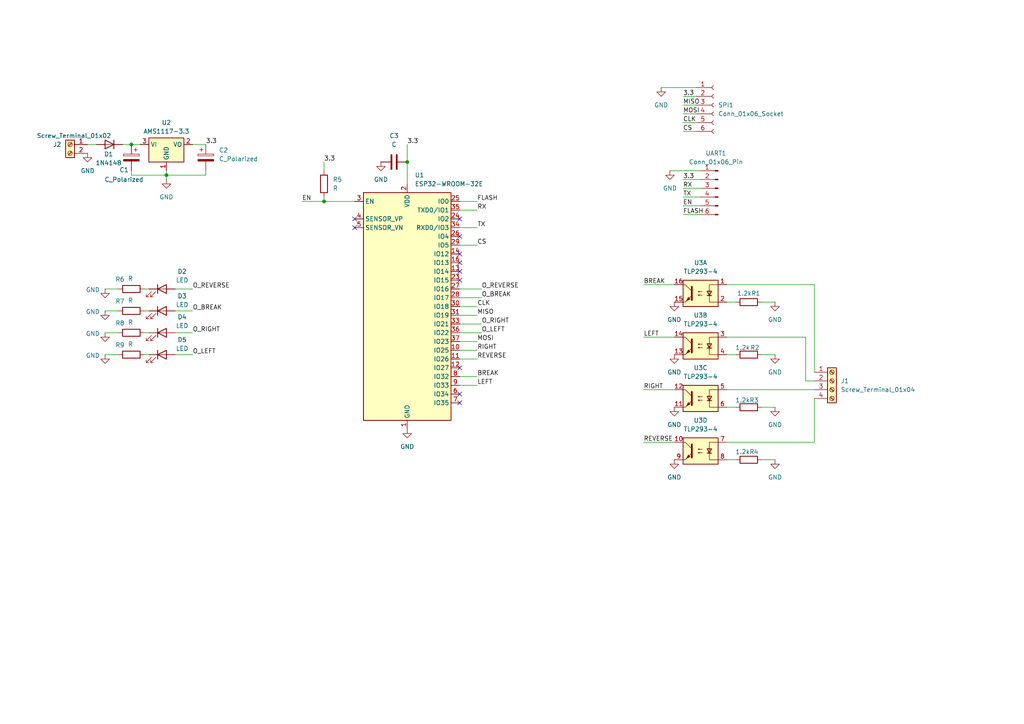
<source format=kicad_sch>
(kicad_sch (version 20231120) (generator "eeschema") (generator_version "8.0")
  (paper "A4")
  (lib_symbols
    (symbol "Connector:Conn_01x06_Pin" (pin_names (offset 1.016) hide)
      (property "Reference" "J" (at 0 7.62 0))
      (property "Value" "Conn_01x06_Pin" (at 0 -10.16 0))
      (symbol "Conn_01x06_Pin_1_1"
        (polyline (pts (xy 1.27 -7.62) (xy 0.8636 -7.62)) (stroke (width 0.1524)))
        (polyline (pts (xy 1.27 -5.08) (xy 0.8636 -5.08)) (stroke (width 0.1524)))
        (polyline (pts (xy 1.27 -2.54) (xy 0.8636 -2.54)) (stroke (width 0.1524)))
        (polyline (pts (xy 1.27 0) (xy 0.8636 0)) (stroke (width 0.1524)))
        (polyline (pts (xy 1.27 2.54) (xy 0.8636 2.54)) (stroke (width 0.1524)))
        (polyline (pts (xy 1.27 5.08) (xy 0.8636 5.08)) (stroke (width 0.1524)))
        (rectangle (start 0.8636 -7.493) (end 0 -7.747) (stroke (width 0.1524)) (fill (type outline)))
        (rectangle (start 0.8636 -4.953) (end 0 -5.207) (stroke (width 0.1524)) (fill (type outline)))
        (rectangle (start 0.8636 -2.413) (end 0 -2.667) (stroke (width 0.1524)) (fill (type outline)))
        (rectangle (start 0.8636 0.127) (end 0 -0.127) (stroke (width 0.1524)) (fill (type outline)))
        (rectangle (start 0.8636 2.667) (end 0 2.413) (stroke (width 0.1524)) (fill (type outline)))
        (rectangle (start 0.8636 5.207) (end 0 4.953) (stroke (width 0.1524)) (fill (type outline)))
        (pin passive line (at 5.08 5.08 180) (length 3.81) (name "Pin_1") (number "1"))
        (pin passive line (at 5.08 2.54 180) (length 3.81) (name "Pin_2") (number "2"))
        (pin passive line (at 5.08 0 180) (length 3.81) (name "Pin_3") (number "3"))
        (pin passive line (at 5.08 -2.54 180) (length 3.81) (name "Pin_4") (number "4"))
        (pin passive line (at 5.08 -5.08 180) (length 3.81) (name "Pin_5") (number "5"))
        (pin passive line (at 5.08 -7.62 180) (length 3.81) (name "Pin_6") (number "6"))
      )
    )
    (symbol "Connector:Conn_01x06_Socket" (pin_names (offset 1.016) hide)
      (property "Reference" "J" (at 0 7.62 0))
      (property "Value" "Conn_01x06_Socket" (at 0 -10.16 0))
      (symbol "Conn_01x06_Socket_1_1"
        (arc (start 0 -7.112) (mid -0.5058 -7.62) (end 0 -8.128) (stroke (width 0.1524)))
        (arc (start 0 -4.572) (mid -0.5058 -5.08) (end 0 -5.588) (stroke (width 0.1524)))
        (arc (start 0 -2.032) (mid -0.5058 -2.54) (end 0 -3.048) (stroke (width 0.1524)))
        (polyline (pts (xy -1.27 -7.62) (xy -0.508 -7.62)) (stroke (width 0.1524)))
        (polyline (pts (xy -1.27 -5.08) (xy -0.508 -5.08)) (stroke (width 0.1524)))
        (polyline (pts (xy -1.27 -2.54) (xy -0.508 -2.54)) (stroke (width 0.1524)))
        (polyline (pts (xy -1.27 0) (xy -0.508 0)) (stroke (width 0.1524)))
        (polyline (pts (xy -1.27 2.54) (xy -0.508 2.54)) (stroke (width 0.1524)))
        (polyline (pts (xy -1.27 5.08) (xy -0.508 5.08)) (stroke (width 0.1524)))
        (arc (start 0 0.508) (mid -0.5058 0) (end 0 -0.508) (stroke (width 0.1524)))
        (arc (start 0 3.048) (mid -0.5058 2.54) (end 0 2.032) (stroke (width 0.1524)))
        (arc (start 0 5.588) (mid -0.5058 5.08) (end 0 4.572) (stroke (width 0.1524)))
        (pin passive line (at -5.08 5.08 0) (length 3.81) (name "Pin_1") (number "1"))
        (pin passive line (at -5.08 2.54 0) (length 3.81) (name "Pin_2") (number "2"))
        (pin passive line (at -5.08 0 0) (length 3.81) (name "Pin_3") (number "3"))
        (pin passive line (at -5.08 -2.54 0) (length 3.81) (name "Pin_4") (number "4"))
        (pin passive line (at -5.08 -5.08 0) (length 3.81) (name "Pin_5") (number "5"))
        (pin passive line (at -5.08 -7.62 0) (length 3.81) (name "Pin_6") (number "6"))
      )
    )
    (symbol "Connector:Screw_Terminal_01x02" (pin_names (offset 1.016) hide)
      (property "Reference" "J" (at 0 2.54 0))
      (property "Value" "Screw_Terminal_01x02" (at 0 -5.08 0))
      (symbol "Screw_Terminal_01x02_1_1"
        (rectangle (start -1.27 1.27) (end 1.27 -3.81) (stroke (width 0.254)) (fill (type background)))
        (circle (center 0 -2.54) (radius 0.635) (stroke (width 0.1524)))
        (polyline (pts (xy -0.5334 -2.2098) (xy 0.3302 -3.048)) (stroke (width 0.1524)))
        (polyline (pts (xy -0.5334 0.3302) (xy 0.3302 -0.508)) (stroke (width 0.1524)))
        (polyline (pts (xy -0.3556 -2.032) (xy 0.508 -2.8702)) (stroke (width 0.1524)))
        (polyline (pts (xy -0.3556 0.508) (xy 0.508 -0.3302)) (stroke (width 0.1524)))
        (circle (center 0 0) (radius 0.635) (stroke (width 0.1524)))
        (pin passive line (at -5.08 0 0) (length 3.81) (name "Pin_1") (number "1"))
        (pin passive line (at -5.08 -2.54 0) (length 3.81) (name "Pin_2") (number "2"))
      )
    )
    (symbol "Connector:Screw_Terminal_01x04" (pin_names (offset 1.016) hide)
      (property "Reference" "J" (at 0 5.08 0))
      (property "Value" "Screw_Terminal_01x04" (at 0 -7.62 0))
      (symbol "Screw_Terminal_01x04_1_1"
        (rectangle (start -1.27 3.81) (end 1.27 -6.35) (stroke (width 0.254)) (fill (type background)))
        (circle (center 0 -5.08) (radius 0.635) (stroke (width 0.1524)))
        (circle (center 0 -2.54) (radius 0.635) (stroke (width 0.1524)))
        (polyline (pts (xy -0.5334 -4.7498) (xy 0.3302 -5.588)) (stroke (width 0.1524)))
        (polyline (pts (xy -0.5334 -2.2098) (xy 0.3302 -3.048)) (stroke (width 0.1524)))
        (polyline (pts (xy -0.5334 0.3302) (xy 0.3302 -0.508)) (stroke (width 0.1524)))
        (polyline (pts (xy -0.5334 2.8702) (xy 0.3302 2.032)) (stroke (width 0.1524)))
        (polyline (pts (xy -0.3556 -4.572) (xy 0.508 -5.4102)) (stroke (width 0.1524)))
        (polyline (pts (xy -0.3556 -2.032) (xy 0.508 -2.8702)) (stroke (width 0.1524)))
        (polyline (pts (xy -0.3556 0.508) (xy 0.508 -0.3302)) (stroke (width 0.1524)))
        (polyline (pts (xy -0.3556 3.048) (xy 0.508 2.2098)) (stroke (width 0.1524)))
        (circle (center 0 0) (radius 0.635) (stroke (width 0.1524)))
        (circle (center 0 2.54) (radius 0.635) (stroke (width 0.1524)))
        (pin passive line (at -5.08 2.54 0) (length 3.81) (name "Pin_1") (number "1"))
        (pin passive line (at -5.08 0 0) (length 3.81) (name "Pin_2") (number "2"))
        (pin passive line (at -5.08 -2.54 0) (length 3.81) (name "Pin_3") (number "3"))
        (pin passive line (at -5.08 -5.08 0) (length 3.81) (name "Pin_4") (number "4"))
      )
    )
    (symbol "Device:C" (pin_numbers hide) (pin_names (offset 0.254))
      (property "Reference" "C" (at 0.635 2.54 0))
      (property "Value" "C" (at 0.635 -2.54 0))
      (symbol "C_0_1"
        (polyline (pts (xy -2.032 -0.762) (xy 2.032 -0.762)) (stroke (width 0.508)))
        (polyline (pts (xy -2.032 0.762) (xy 2.032 0.762)) (stroke (width 0.508)))
      )
      (symbol "C_1_1"
        (pin passive line (at 0 3.81 270) (length 2.794) (name "~") (number "1"))
        (pin passive line (at 0 -3.81 90) (length 2.794) (name "~") (number "2"))
      )
    )
    (symbol "Device:C_Polarized" (pin_numbers hide) (pin_names (offset 0.254))
      (property "Reference" "C" (at 0.635 2.54 0))
      (property "Value" "C_Polarized" (at 0.635 -2.54 0))
      (symbol "C_Polarized_0_1"
        (rectangle (start -2.286 0.508) (end 2.286 1.016))
        (polyline (pts (xy -1.778 2.286) (xy -0.762 2.286)))
        (polyline (pts (xy -1.27 2.794) (xy -1.27 1.778)))
        (rectangle (start 2.286 -0.508) (end -2.286 -1.016) (fill (type outline)))
      )
      (symbol "C_Polarized_1_1"
        (pin passive line (at 0 3.81 270) (length 2.794) (name "~") (number "1"))
        (pin passive line (at 0 -3.81 90) (length 2.794) (name "~") (number "2"))
      )
    )
    (symbol "Device:LED" (pin_numbers hide) (pin_names (offset 1.016) hide)
      (property "Reference" "D" (at 0 2.54 0))
      (property "Value" "LED" (at 0 -2.54 0))
      (symbol "LED_0_1"
        (polyline (pts (xy -1.27 -1.27) (xy -1.27 1.27)) (stroke (width 0.254)))
        (polyline (pts (xy -1.27 0) (xy 1.27 0)))
        (polyline (pts (xy 1.27 -1.27) (xy 1.27 1.27) (xy -1.27 0) (xy 1.27 -1.27)) (stroke (width 0.254)))
        (polyline (pts (xy -3.048 -0.762) (xy -4.572 -2.286) (xy -3.81 -2.286) (xy -4.572 -2.286) (xy -4.572 -1.524)))
        (polyline (pts (xy -1.778 -0.762) (xy -3.302 -2.286) (xy -2.54 -2.286) (xy -3.302 -2.286) (xy -3.302 -1.524)))
      )
      (symbol "LED_1_1"
        (pin passive line (at -3.81 0 0) (length 2.54) (name "K") (number "1"))
        (pin passive line (at 3.81 0 180) (length 2.54) (name "A") (number "2"))
      )
    )
    (symbol "Device:R" (pin_numbers hide) (pin_names (offset 0))
      (property "Reference" "R" (at 2.032 0 90))
      (property "Value" "R" (at 0 0 90))
      (symbol "R_0_1"
        (rectangle (start -1.016 -2.54) (end 1.016 2.54) (stroke (width 0.254)))
      )
      (symbol "R_1_1"
        (pin passive line (at 0 3.81 270) (length 1.27) (name "~") (number "1"))
        (pin passive line (at 0 -3.81 90) (length 1.27) (name "~") (number "2"))
      )
    )
    (symbol "Diode:1N4148" (pin_numbers hide) (pin_names hide)
      (property "Reference" "D" (at 0 2.54 0))
      (property "Value" "1N4148" (at 0 -2.54 0))
      (symbol "1N4148_0_1"
        (polyline (pts (xy -1.27 1.27) (xy -1.27 -1.27)) (stroke (width 0.254)))
        (polyline (pts (xy 1.27 0) (xy -1.27 0)))
        (polyline (pts (xy 1.27 1.27) (xy 1.27 -1.27) (xy -1.27 0) (xy 1.27 1.27)) (stroke (width 0.254)))
      )
      (symbol "1N4148_1_1"
        (pin passive line (at -3.81 0 0) (length 2.54) (name "K") (number "1"))
        (pin passive line (at 3.81 0 180) (length 2.54) (name "A") (number "2"))
      )
    )
    (symbol "Isolator:TLP293-4"
      (property "Reference" "U" (at -5.08 5.08 0))
      (property "Value" "TLP293-4" (at 0 5.08 0))
      (symbol "TLP293-4_0_1"
        (rectangle (start -5.08 3.81) (end 5.08 -3.81) (stroke (width 0.254)) (fill (type background)))
        (polyline (pts (xy -3.175 -0.635) (xy -1.905 -0.635)) (stroke (width 0.254)))
        (polyline (pts (xy 2.54 0.635) (xy 4.445 2.54)))
        (polyline (pts (xy 4.445 -2.54) (xy 2.54 -0.635)) (fill (type outline)))
        (polyline (pts (xy 4.445 -2.54) (xy 5.08 -2.54)))
        (polyline (pts (xy 4.445 2.54) (xy 5.08 2.54)))
        (polyline (pts (xy -5.08 2.54) (xy -2.54 2.54) (xy -2.54 0.635)))
        (polyline (pts (xy -2.54 0.635) (xy -2.54 -2.54) (xy -5.08 -2.54)))
        (polyline (pts (xy 2.54 1.905) (xy 2.54 -1.905) (xy 2.54 -1.905)) (stroke (width 0.508)))
        (polyline (pts (xy -2.54 -0.635) (xy -3.175 0.635) (xy -1.905 0.635) (xy -2.54 -0.635)) (stroke (width 0.254)))
        (polyline (pts (xy -0.508 -0.508) (xy 0.762 -0.508) (xy 0.381 -0.635) (xy 0.381 -0.381) (xy 0.762 -0.508)))
        (polyline (pts (xy -0.508 0.508) (xy 0.762 0.508) (xy 0.381 0.381) (xy 0.381 0.635) (xy 0.762 0.508)))
        (polyline (pts (xy 3.048 -1.651) (xy 3.556 -1.143) (xy 4.064 -2.159) (xy 3.048 -1.651) (xy 3.048 -1.651)) (fill (type outline)))
      )
      (symbol "TLP293-4_1_1"
        (pin passive line (at -7.62 2.54 0) (length 2.54) (name "~") (number "1"))
        (pin passive line (at 7.62 -2.54 180) (length 2.54) (name "~") (number "15"))
        (pin passive line (at 7.62 2.54 180) (length 2.54) (name "~") (number "16"))
        (pin passive line (at -7.62 -2.54 0) (length 2.54) (name "~") (number "2"))
      )
      (symbol "TLP293-4_2_1"
        (pin passive line (at 7.62 -2.54 180) (length 2.54) (name "~") (number "13"))
        (pin passive line (at 7.62 2.54 180) (length 2.54) (name "~") (number "14"))
        (pin passive line (at -7.62 2.54 0) (length 2.54) (name "~") (number "3"))
        (pin passive line (at -7.62 -2.54 0) (length 2.54) (name "~") (number "4"))
      )
      (symbol "TLP293-4_3_1"
        (pin passive line (at 7.62 -2.54 180) (length 2.54) (name "~") (number "11"))
        (pin passive line (at 7.62 2.54 180) (length 2.54) (name "~") (number "12"))
        (pin passive line (at -7.62 2.54 0) (length 2.54) (name "~") (number "5"))
        (pin passive line (at -7.62 -2.54 0) (length 2.54) (name "~") (number "6"))
      )
      (symbol "TLP293-4_4_1"
        (pin passive line (at 7.62 2.54 180) (length 2.54) (name "~") (number "10"))
        (pin passive line (at -7.62 2.54 0) (length 2.54) (name "~") (number "7"))
        (pin passive line (at -7.62 -2.54 0) (length 2.54) (name "~") (number "8"))
        (pin passive line (at 7.62 -2.54 180) (length 2.54) (name "~") (number "9"))
      )
    )
    (symbol "RF_Module:ESP32-WROOM-32E"
      (property "Reference" "U" (at -12.7 34.29 0))
      (property "Value" "ESP32-WROOM-32E" (at 1.27 34.29 0))
      (symbol "ESP32-WROOM-32E_0_1"
        (rectangle (start -12.7 33.02) (end 12.7 -33.02) (stroke (width 0.254)) (fill (type background)))
      )
      (symbol "ESP32-WROOM-32E_1_1"
        (pin power_in line (at 0 -35.56 90) (length 2.54) (name "GND") (number "1"))
        (pin bidirectional line (at 15.24 -12.7 180) (length 2.54) (name "IO25") (number "10"))
        (pin bidirectional line (at 15.24 -15.24 180) (length 2.54) (name "IO26") (number "11"))
        (pin bidirectional line (at 15.24 -17.78 180) (length 2.54) (name "IO27") (number "12"))
        (pin bidirectional line (at 15.24 10.16 180) (length 2.54) (name "IO14") (number "13"))
        (pin bidirectional line (at 15.24 15.24 180) (length 2.54) (name "IO12") (number "14"))
        (pin passive line (at 0 -35.56 90) (length 2.54) hide (name "GND") (number "15"))
        (pin bidirectional line (at 15.24 12.7 180) (length 2.54) (name "IO13") (number "16"))
        (pin no_connect line (at -12.7 -5.08 0) (length 2.54) hide (name "NC") (number "17"))
        (pin no_connect line (at -12.7 -7.62 0) (length 2.54) hide (name "NC") (number "18"))
        (pin no_connect line (at -12.7 -12.7 0) (length 2.54) hide (name "NC") (number "19"))
        (pin power_in line (at 0 35.56 270) (length 2.54) (name "VDD") (number "2"))
        (pin no_connect line (at -12.7 -10.16 0) (length 2.54) hide (name "NC") (number "20"))
        (pin no_connect line (at -12.7 0 0) (length 2.54) hide (name "NC") (number "21"))
        (pin no_connect line (at -12.7 -2.54 0) (length 2.54) hide (name "NC") (number "22"))
        (pin bidirectional line (at 15.24 7.62 180) (length 2.54) (name "IO15") (number "23"))
        (pin bidirectional line (at 15.24 25.4 180) (length 2.54) (name "IO2") (number "24"))
        (pin bidirectional line (at 15.24 30.48 180) (length 2.54) (name "IO0") (number "25"))
        (pin bidirectional line (at 15.24 20.32 180) (length 2.54) (name "IO4") (number "26"))
        (pin bidirectional line (at 15.24 5.08 180) (length 2.54) (name "IO16") (number "27"))
        (pin bidirectional line (at 15.24 2.54 180) (length 2.54) (name "IO17") (number "28"))
        (pin bidirectional line (at 15.24 17.78 180) (length 2.54) (name "IO5") (number "29"))
        (pin input line (at -15.24 30.48 0) (length 2.54) (name "EN") (number "3"))
        (pin bidirectional line (at 15.24 0 180) (length 2.54) (name "IO18") (number "30"))
        (pin bidirectional line (at 15.24 -2.54 180) (length 2.54) (name "IO19") (number "31"))
        (pin no_connect line (at -12.7 -27.94 0) (length 2.54) hide (name "NC") (number "32"))
        (pin bidirectional line (at 15.24 -5.08 180) (length 2.54) (name "IO21") (number "33"))
        (pin bidirectional line (at 15.24 22.86 180) (length 2.54) (name "RXD0/IO3") (number "34"))
        (pin bidirectional line (at 15.24 27.94 180) (length 2.54) (name "TXD0/IO1") (number "35"))
        (pin bidirectional line (at 15.24 -7.62 180) (length 2.54) (name "IO22") (number "36"))
        (pin bidirectional line (at 15.24 -10.16 180) (length 2.54) (name "IO23") (number "37"))
        (pin passive line (at 0 -35.56 90) (length 2.54) hide (name "GND") (number "38"))
        (pin passive line (at 0 -35.56 90) (length 2.54) hide (name "GND") (number "39"))
        (pin input line (at -15.24 25.4 0) (length 2.54) (name "SENSOR_VP") (number "4"))
        (pin input line (at -15.24 22.86 0) (length 2.54) (name "SENSOR_VN") (number "5"))
        (pin input line (at 15.24 -25.4 180) (length 2.54) (name "IO34") (number "6"))
        (pin input line (at 15.24 -27.94 180) (length 2.54) (name "IO35") (number "7"))
        (pin bidirectional line (at 15.24 -20.32 180) (length 2.54) (name "IO32") (number "8"))
        (pin bidirectional line (at 15.24 -22.86 180) (length 2.54) (name "IO33") (number "9"))
      )
    )
    (symbol "Regulator_Linear:AMS1117-3.3"
      (property "Reference" "U" (at -3.81 3.175 0))
      (property "Value" "AMS1117-3.3" (at 0 3.175 0))
      (symbol "AMS1117-3.3_0_1"
        (rectangle (start -5.08 -5.08) (end 5.08 1.905) (stroke (width 0.254)) (fill (type background)))
      )
      (symbol "AMS1117-3.3_1_1"
        (pin power_in line (at 0 -7.62 90) (length 2.54) (name "GND") (number "1"))
        (pin power_out line (at 7.62 0 180) (length 2.54) (name "VO") (number "2"))
        (pin power_in line (at -7.62 0 0) (length 2.54) (name "VI") (number "3"))
      )
    )
    (symbol "power:GND" (power) (pin_numbers hide) (pin_names (offset 0) hide)
      (property "Value" "GND" (at 0 -3.81 0))
      (symbol "GND_0_1"
        (polyline (pts (xy 0 0) (xy 0 -1.27) (xy 1.27 -1.27) (xy 0 -2.54) (xy -1.27 -1.27) (xy 0 -1.27)))
      )
      (symbol "GND_1_1"
        (pin power_in line (at 0 0 270) (length 0) (name "~") (number "1"))
      )
    )
  )
  (junction (at 93.98 58.42))
  (junction (at 118.11 46.99))
  (junction (at 38.1 41.91))
  (junction (at 48.26 50.8))
  (no_connect (at 133.35 106.68))
  (no_connect (at 102.87 63.5))
  (no_connect (at 133.35 114.3))
  (no_connect (at 133.35 78.74))
  (no_connect (at 133.35 73.66))
  (no_connect (at 133.35 76.2))
  (no_connect (at 133.35 63.5))
  (no_connect (at 133.35 68.58))
  (no_connect (at 133.35 81.28))
  (no_connect (at 133.35 116.84))
  (no_connect (at 102.87 66.04))
  (wire (pts (xy 186.69 113.03) (xy 195.58 113.03)))
  (wire (pts (xy 186.69 82.55) (xy 195.58 82.55)))
  (wire (pts (xy 48.26 50.8) (xy 48.26 52.07)))
  (wire (pts (xy 59.69 49.53) (xy 59.69 50.8)))
  (wire (pts (xy 198.12 30.48) (xy 201.93 30.48)))
  (wire (pts (xy 55.88 41.91) (xy 59.69 41.91)))
  (wire (pts (xy 133.35 71.12) (xy 138.43 71.12)))
  (wire (pts (xy 38.1 41.91) (xy 40.64 41.91)))
  (wire (pts (xy 87.63 58.42) (xy 93.98 58.42)))
  (wire (pts (xy 198.12 33.02) (xy 201.93 33.02)))
  (wire (pts (xy 198.12 27.94) (xy 201.93 27.94)))
  (wire (pts (xy 210.82 102.87) (xy 213.36 102.87)))
  (wire (pts (xy 30.48 90.17) (xy 34.29 90.17)))
  (wire (pts (xy 133.35 88.9) (xy 138.43 88.9)))
  (wire (pts (xy 48.26 50.8) (xy 59.69 50.8)))
  (wire (pts (xy 236.22 128.27) (xy 236.22 115.57)))
  (wire (pts (xy 93.98 46.99) (xy 93.98 49.53)))
  (wire (pts (xy 210.82 97.79) (xy 233.68 97.79)))
  (wire (pts (xy 133.35 60.96) (xy 138.43 60.96)))
  (wire (pts (xy 133.35 101.6) (xy 138.43 101.6)))
  (wire (pts (xy 133.35 66.04) (xy 138.43 66.04)))
  (wire (pts (xy 30.48 102.87) (xy 34.29 102.87)))
  (wire (pts (xy 220.98 133.35) (xy 224.79 133.35)))
  (wire (pts (xy 50.8 83.82) (xy 55.88 83.82)))
  (wire (pts (xy 41.91 90.17) (xy 43.18 90.17)))
  (wire (pts (xy 198.12 57.15) (xy 203.2 57.15)))
  (wire (pts (xy 186.69 128.27) (xy 195.58 128.27)))
  (wire (pts (xy 50.8 96.52) (xy 55.88 96.52)))
  (wire (pts (xy 133.35 91.44) (xy 138.43 91.44)))
  (wire (pts (xy 118.11 46.99) (xy 118.11 53.34)))
  (wire (pts (xy 38.1 49.53) (xy 38.1 50.8)))
  (wire (pts (xy 210.82 113.03) (xy 236.22 113.03)))
  (wire (pts (xy 210.82 87.63) (xy 213.36 87.63)))
  (wire (pts (xy 198.12 59.69) (xy 203.2 59.69)))
  (wire (pts (xy 198.12 62.23) (xy 203.2 62.23)))
  (wire (pts (xy 133.35 96.52) (xy 139.7 96.52)))
  (wire (pts (xy 41.91 102.87) (xy 43.18 102.87)))
  (wire (pts (xy 233.68 97.79) (xy 233.68 110.49)))
  (wire (pts (xy 133.35 111.76) (xy 138.43 111.76)))
  (wire (pts (xy 133.35 104.14) (xy 138.43 104.14)))
  (wire (pts (xy 194.31 49.53) (xy 203.2 49.53)))
  (wire (pts (xy 236.22 82.55) (xy 236.22 107.95)))
  (wire (pts (xy 41.91 83.82) (xy 43.18 83.82)))
  (wire (pts (xy 133.35 86.36) (xy 139.7 86.36)))
  (wire (pts (xy 133.35 93.98) (xy 139.7 93.98)))
  (wire (pts (xy 133.35 99.06) (xy 138.43 99.06)))
  (wire (pts (xy 220.98 87.63) (xy 224.79 87.63)))
  (wire (pts (xy 198.12 38.1) (xy 201.93 38.1)))
  (wire (pts (xy 210.82 82.55) (xy 236.22 82.55)))
  (wire (pts (xy 198.12 35.56) (xy 201.93 35.56)))
  (wire (pts (xy 30.48 83.82) (xy 34.29 83.82)))
  (wire (pts (xy 30.48 96.52) (xy 34.29 96.52)))
  (wire (pts (xy 198.12 54.61) (xy 203.2 54.61)))
  (wire (pts (xy 50.8 102.87) (xy 55.88 102.87)))
  (wire (pts (xy 48.26 49.53) (xy 48.26 50.8)))
  (wire (pts (xy 220.98 102.87) (xy 224.79 102.87)))
  (wire (pts (xy 35.56 41.91) (xy 38.1 41.91)))
  (wire (pts (xy 133.35 109.22) (xy 138.43 109.22)))
  (wire (pts (xy 41.91 96.52) (xy 43.18 96.52)))
  (wire (pts (xy 186.69 97.79) (xy 195.58 97.79)))
  (wire (pts (xy 198.12 52.07) (xy 203.2 52.07)))
  (wire (pts (xy 133.35 58.42) (xy 138.43 58.42)))
  (wire (pts (xy 93.98 58.42) (xy 102.87 58.42)))
  (wire (pts (xy 38.1 50.8) (xy 48.26 50.8)))
  (wire (pts (xy 210.82 128.27) (xy 236.22 128.27)))
  (wire (pts (xy 191.77 25.4) (xy 201.93 25.4)))
  (wire (pts (xy 25.4 41.91) (xy 27.94 41.91)))
  (wire (pts (xy 220.98 118.11) (xy 224.79 118.11)))
  (wire (pts (xy 93.98 57.15) (xy 93.98 58.42)))
  (wire (pts (xy 133.35 83.82) (xy 139.7 83.82)))
  (wire (pts (xy 118.11 41.91) (xy 118.11 46.99)))
  (wire (pts (xy 50.8 90.17) (xy 55.88 90.17)))
  (wire (pts (xy 210.82 133.35) (xy 213.36 133.35)))
  (wire (pts (xy 233.68 110.49) (xy 236.22 110.49)))
  (wire (pts (xy 210.82 118.11) (xy 213.36 118.11)))
  (label "O_BREAK" (at 55.88 90.17 0))
  (label "MOSI" (at 138.43 99.06 0))
  (label "3.3" (at 118.11 41.91 0))
  (label "CLK" (at 198.12 35.56 0))
  (label "3.3" (at 198.12 52.07 0))
  (label "CS" (at 198.12 38.1 0))
  (label "MOSI" (at 198.12 33.02 0))
  (label "EN" (at 198.12 59.69 0))
  (label "CS" (at 138.43 71.12 0))
  (label "O_RIGHT" (at 139.7 93.98 0))
  (label "BREAK" (at 186.69 82.55 0))
  (label "MISO" (at 138.43 91.44 0))
  (label "TX" (at 198.12 57.15 0))
  (label "REVERSE" (at 186.69 128.27 0))
  (label "3.3" (at 198.12 27.94 0))
  (label "O_RIGHT" (at 55.88 96.52 0))
  (label "CLK" (at 138.43 88.9 0))
  (label "O_REVERSE" (at 139.7 83.82 0))
  (label "RIGHT" (at 186.69 113.03 0))
  (label "TX" (at 138.43 66.04 0))
  (label "O_LEFT" (at 139.7 96.52 0))
  (label "LEFT" (at 138.43 111.76 0))
  (label "EN" (at 87.63 58.42 0))
  (label "FLASH" (at 198.12 62.23 0))
  (label "RIGHT" (at 138.43 101.6 0))
  (label "O_REVERSE" (at 55.88 83.82 0))
  (label "RX" (at 198.12 54.61 0))
  (label "LEFT" (at 186.69 97.79 0))
  (label "FLASH" (at 138.43 58.42 0))
  (label "O_BREAK" (at 139.7 86.36 0))
  (label "REVERSE" (at 138.43 104.14 0))
  (label "MISO" (at 198.12 30.48 0))
  (label "3.3" (at 93.98 46.99 0))
  (label "RX" (at 138.43 60.96 0))
  (label "3.3" (at 59.69 41.91 0))
  (label "BREAK" (at 138.43 109.22 0))
  (label "O_LEFT" (at 55.88 102.87 0))
  (symbol (lib_id "Device:R") (at 38.1 83.82 90) (unit 1)
    (property "Reference" "R6" (at 34.798 81.026 90))
    (property "Value" "R" (at 37.846 80.772 90))
    (property "Description" "Resistor" (effects (hide yes)))
  )
  (symbol (lib_id "Device:LED") (at 46.99 102.87 0) (unit 1)
    (property "Reference" "D5" (at 52.832 98.552 0))
    (property "Value" "LED" (at 52.832 101.092 0))
    (property "Description" "Light emitting diode" (effects (hide yes)))
  )
  (symbol (lib_id "power:GND") (at 195.58 87.63 0) (unit 1)
    (property "Reference" "#PWR08" (effects (hide yes)))
    (property "Value" "GND" (at 195.58 92.71 0))
    (property "Description" "Power symbol creates a global label with name \"GND\" , ground" (effects (hide yes)))
  )
  (symbol (lib_id "Device:R") (at 38.1 90.17 90) (unit 1)
    (property "Reference" "R7" (at 34.798 87.376 90))
    (property "Value" "R" (at 37.846 87.122 90))
    (property "Description" "Resistor" (effects (hide yes)))
  )
  (symbol (lib_id "power:GND") (at 30.48 90.17 0) (unit 1)
    (property "Reference" "#PWR016" (effects (hide yes)))
    (property "Value" "GND" (at 26.924 90.424 0))
    (property "Description" "Power symbol creates a global label with name \"GND\" , ground" (effects (hide yes)))
  )
  (symbol (lib_id "Device:C_Polarized") (at 38.1 45.72 0) (mirror y) (unit 1)
    (property "Reference" "C1" (at 37.338 49.276 0) (effects (justify left)))
    (property "Value" "C_Polarized" (at 41.656 52.07 0) (effects (justify left)))
    (property "Description" "Polarized capacitor" (effects (hide yes)))
  )
  (symbol (lib_id "power:GND") (at 195.58 102.87 0) (unit 1)
    (property "Reference" "#PWR09" (effects (hide yes)))
    (property "Value" "GND" (at 195.58 107.95 0))
    (property "Description" "Power symbol creates a global label with name \"GND\" , ground" (effects (hide yes)))
  )
  (symbol (lib_id "Connector:Conn_01x06_Pin") (at 208.28 54.61 0) (mirror y) (unit 1)
    (property "Reference" "UART1" (at 207.645 44.45 0))
    (property "Value" "Conn_01x06_Pin" (at 207.645 46.99 0))
    (property "Description" "Generic connector, single row, 01x06, script generated" (effects (hide yes)))
  )
  (symbol (lib_id "Device:R") (at 93.98 53.34 180) (unit 1)
    (property "Reference" "R5" (at 96.52 52.0699 0) (effects (justify right)))
    (property "Value" "R" (at 96.52 54.6099 0) (effects (justify right)))
    (property "Description" "Resistor" (effects (hide yes)))
  )
  (symbol (lib_id "Device:C") (at 114.3 46.99 90) (unit 1)
    (property "Reference" "C3" (at 114.3 39.37 90))
    (property "Value" "C" (at 114.3 41.91 90))
    (property "Description" "Unpolarized capacitor" (effects (hide yes)))
  )
  (symbol (lib_id "power:GND") (at 48.26 52.07 0) (unit 1)
    (property "Reference" "#PWR06" (effects (hide yes)))
    (property "Value" "GND" (at 48.26 57.15 0))
    (property "Description" "Power symbol creates a global label with name \"GND\" , ground" (effects (hide yes)))
  )
  (symbol (lib_id "power:GND") (at 30.48 83.82 0) (unit 1)
    (property "Reference" "#PWR015" (effects (hide yes)))
    (property "Value" "GND" (at 26.924 84.074 0))
    (property "Description" "Power symbol creates a global label with name \"GND\" , ground" (effects (hide yes)))
  )
  (symbol (lib_id "power:GND") (at 25.4 44.45 0) (unit 1)
    (property "Reference" "#PWR014" (effects (hide yes)))
    (property "Value" "GND" (at 25.4 49.53 0))
    (property "Description" "Power symbol creates a global label with name \"GND\" , ground" (effects (hide yes)))
  )
  (symbol (lib_id "power:GND") (at 224.79 102.87 0) (unit 1)
    (property "Reference" "#PWR02" (effects (hide yes)))
    (property "Value" "GND" (at 224.79 107.95 0))
    (property "Description" "Power symbol creates a global label with name \"GND\" , ground" (effects (hide yes)))
  )
  (symbol (lib_id "Device:R") (at 217.17 102.87 90) (unit 1)
    (property "Reference" "R2" (at 218.948 100.838 90))
    (property "Value" "1.2k" (at 215.392 100.838 90))
    (property "Footprint" "Resistor_SMD:R_1210_3225Metric_Pad1.30x2.65mm_HandSolder" (effects (hide yes)))
    (property "Description" "Resistor" (effects (hide yes)))
  )
  (symbol (lib_id "power:GND") (at 195.58 133.35 0) (unit 1)
    (property "Reference" "#PWR011" (effects (hide yes)))
    (property "Value" "GND" (at 195.58 138.43 0))
    (property "Description" "Power symbol creates a global label with name \"GND\" , ground" (effects (hide yes)))
  )
  (symbol (lib_id "Regulator_Linear:AMS1117-3.3") (at 48.26 41.91 0) (unit 1)
    (property "Reference" "U2" (at 48.26 35.56 0))
    (property "Value" "AMS1117-3.3" (at 48.26 38.1 0))
    (property "Footprint" "Package_TO_SOT_SMD:SOT-223-3_TabPin2" (effects (hide yes)))
    (property "Datasheet" "http://www.advanced-monolithic.com/pdf/ds1117.pdf" (effects (hide yes)))
    (property "Description" "1A Low Dropout regulator, positive, 3.3V fixed output, SOT-223" (effects (hide yes)))
  )
  (symbol (lib_id "Device:R") (at 38.1 102.87 90) (unit 1)
    (property "Reference" "R9" (at 34.798 100.076 90))
    (property "Value" "R" (at 37.846 99.822 90))
    (property "Description" "Resistor" (effects (hide yes)))
  )
  (symbol (lib_id "Connector:Screw_Terminal_01x04") (at 241.3 110.49 0) (unit 1)
    (property "Reference" "J1" (at 243.84 110.4899 0) (effects (justify left)))
    (property "Value" "Screw_Terminal_01x04" (at 243.84 113.0299 0) (effects (justify left)))
    (property "Description" "Generic screw terminal, single row, 01x04, script generated (kicad-library-utils/schlib/autogen/connector/)" (effects (hide yes)))
  )
  (symbol (lib_id "Device:R") (at 38.1 96.52 90) (unit 1)
    (property "Reference" "R8" (at 34.798 93.726 90))
    (property "Value" "R" (at 37.846 93.472 90))
    (property "Description" "Resistor" (effects (hide yes)))
  )
  (symbol (lib_id "power:GND") (at 118.11 124.46 0) (unit 1)
    (property "Reference" "#PWR07" (effects (hide yes)))
    (property "Value" "GND" (at 118.11 129.54 0))
    (property "Description" "Power symbol creates a global label with name \"GND\" , ground" (effects (hide yes)))
  )
  (symbol (lib_id "Device:C_Polarized") (at 59.69 45.72 0) (unit 1)
    (property "Reference" "C2" (at 63.5 43.5609 0) (effects (justify left)))
    (property "Value" "C_Polarized" (at 63.5 46.1009 0) (effects (justify left)))
    (property "Description" "Polarized capacitor" (effects (hide yes)))
  )
  (symbol (lib_id "Isolator:TLP293-4") (at 203.2 115.57 0) (mirror y) (unit 3)
    (property "Reference" "U3" (at 203.2 106.68 0))
    (property "Value" "TLP293-4" (at 203.2 109.22 0))
    (property "Footprint" "Package_SO:SOIC-16_4.55x10.3mm_P1.27mm" (effects (hide yes)))
    (property "Datasheet" "https://toshiba.semicon-storage.com/info/TLP293-4_datasheet_en_20190520.pdf?did=15287&prodName=TLP293-4" (effects (hide yes)))
    (property "Description" "Quad DC Optocoupler, Vce 80V, CTR 50-100%, SOP16" (effects (hide yes)))
  )
  (symbol (lib_id "power:GND") (at 224.79 133.35 0) (unit 1)
    (property "Reference" "#PWR04" (effects (hide yes)))
    (property "Value" "GND" (at 224.79 138.43 0))
    (property "Description" "Power symbol creates a global label with name \"GND\" , ground" (effects (hide yes)))
  )
  (symbol (lib_id "power:GND") (at 110.49 46.99 0) (unit 1)
    (property "Reference" "#PWR013" (effects (hide yes)))
    (property "Value" "GND" (at 110.49 52.07 0))
    (property "Description" "Power symbol creates a global label with name \"GND\" , ground" (effects (hide yes)))
  )
  (symbol (lib_id "Isolator:TLP293-4") (at 203.2 130.81 0) (mirror y) (unit 4)
    (property "Reference" "U3" (at 203.2 121.92 0))
    (property "Value" "TLP293-4" (at 203.2 124.46 0))
    (property "Footprint" "Package_SO:SOIC-16_4.55x10.3mm_P1.27mm" (effects (hide yes)))
    (property "Datasheet" "https://toshiba.semicon-storage.com/info/TLP293-4_datasheet_en_20190520.pdf?did=15287&prodName=TLP293-4" (effects (hide yes)))
    (property "Description" "Quad DC Optocoupler, Vce 80V, CTR 50-100%, SOP16" (effects (hide yes)))
  )
  (symbol (lib_id "power:GND") (at 191.77 25.4 0) (unit 1)
    (property "Reference" "#PWR05" (effects (hide yes)))
    (property "Value" "GND" (at 191.77 30.48 0))
    (property "Description" "Power symbol creates a global label with name \"GND\" , ground" (effects (hide yes)))
  )
  (symbol (lib_id "Connector:Screw_Terminal_01x02") (at 20.32 41.91 0) (mirror y) (unit 1)
    (property "Reference" "J2" (at 17.78 41.9099 0) (effects (justify left)))
    (property "Value" "Screw_Terminal_01x02" (at 32.258 39.37 0) (effects (justify left)))
    (property "Description" "Generic screw terminal, single row, 01x02, script generated (kicad-library-utils/schlib/autogen/connector/)" (effects (hide yes)))
  )
  (symbol (lib_id "power:GND") (at 30.48 102.87 0) (unit 1)
    (property "Reference" "#PWR018" (effects (hide yes)))
    (property "Value" "GND" (at 26.924 103.124 0))
    (property "Description" "Power symbol creates a global label with name \"GND\" , ground" (effects (hide yes)))
  )
  (symbol (lib_id "Diode:1N4148") (at 31.75 41.91 0) (mirror y) (unit 1)
    (property "Reference" "D1" (at 31.496 44.704 0))
    (property "Value" "1N4148" (at 31.496 47.244 0))
    (property "Footprint" "Diode_THT:D_DO-35_SOD27_P7.62mm_Horizontal" (effects (hide yes)))
    (property "Datasheet" "https://assets.nexperia.com/documents/data-sheet/1N4148_1N4448.pdf" (effects (hide yes)))
    (property "Description" "100V 0.15A standard switching diode, DO-35" (effects (hide yes)))
    (property "Sim.Device" "D" (effects (hide yes)))
    (property "Sim.Pins" "1=K 2=A" (effects (hide yes)))
  )
  (symbol (lib_id "Isolator:TLP293-4") (at 203.2 100.33 0) (mirror y) (unit 2)
    (property "Reference" "U3" (at 203.2 91.44 0))
    (property "Value" "TLP293-4" (at 203.2 93.98 0))
    (property "Footprint" "Package_SO:SOIC-16_4.55x10.3mm_P1.27mm" (effects (hide yes)))
    (property "Datasheet" "https://toshiba.semicon-storage.com/info/TLP293-4_datasheet_en_20190520.pdf?did=15287&prodName=TLP293-4" (effects (hide yes)))
    (property "Description" "Quad DC Optocoupler, Vce 80V, CTR 50-100%, SOP16" (effects (hide yes)))
  )
  (symbol (lib_id "Device:R") (at 217.17 87.63 90) (unit 1)
    (property "Reference" "R1" (at 219.202 85.09 90))
    (property "Value" "1.2k" (at 215.9 85.09 90))
    (property "Footprint" "Resistor_SMD:R_1210_3225Metric_Pad1.30x2.65mm_HandSolder" (effects (hide yes)))
    (property "Description" "Resistor" (effects (hide yes)))
  )
  (symbol (lib_id "power:GND") (at 30.48 96.52 0) (unit 1)
    (property "Reference" "#PWR017" (effects (hide yes)))
    (property "Value" "GND" (at 26.924 96.774 0))
    (property "Description" "Power symbol creates a global label with name \"GND\" , ground" (effects (hide yes)))
  )
  (symbol (lib_id "power:GND") (at 224.79 87.63 0) (unit 1)
    (property "Reference" "#PWR01" (effects (hide yes)))
    (property "Value" "GND" (at 224.79 92.71 0))
    (property "Description" "Power symbol creates a global label with name \"GND\" , ground" (effects (hide yes)))
  )
  (symbol (lib_id "Device:LED") (at 46.99 96.52 0) (unit 1)
    (property "Reference" "D4" (at 52.832 91.948 0))
    (property "Value" "LED" (at 52.832 94.488 0))
    (property "Description" "Light emitting diode" (effects (hide yes)))
  )
  (symbol (lib_id "RF_Module:ESP32-WROOM-32E") (at 118.11 88.9 0) (unit 1)
    (property "Reference" "U1" (at 120.3041 50.8 0) (effects (justify left)))
    (property "Value" "ESP32-WROOM-32E" (at 120.3041 53.34 0) (effects (justify left)))
    (property "Footprint" "RF_Module:ESP32-WROOM-32D" (effects (hide yes)))
    (property "Datasheet" "https://www.espressif.com/sites/default/files/documentation/esp32-wroom-32e_esp32-wroom-32ue_datasheet_en.pdf" (effects (hide yes)))
    (property "Description" "RF Module, ESP32-D0WD-V3 SoC, without PSRAM, Wi-Fi 802.11b/g/n, Bluetooth, BLE, 32-bit, 2.7-3.6V, onboard antenna, SMD" (effects (hide yes)))
  )
  (symbol (lib_id "power:GND") (at 195.58 118.11 0) (unit 1)
    (property "Reference" "#PWR010" (effects (hide yes)))
    (property "Value" "GND" (at 195.58 123.19 0))
    (property "Description" "Power symbol creates a global label with name \"GND\" , ground" (effects (hide yes)))
  )
  (symbol (lib_id "Device:R") (at 217.17 133.35 90) (unit 1)
    (property "Reference" "R4" (at 218.694 131.064 90))
    (property "Value" "1.2k" (at 215.392 131.064 90))
    (property "Footprint" "Resistor_SMD:R_1210_3225Metric_Pad1.30x2.65mm_HandSolder" (effects (hide yes)))
    (property "Description" "Resistor" (effects (hide yes)))
  )
  (symbol (lib_id "Device:LED") (at 46.99 90.17 0) (unit 1)
    (property "Reference" "D3" (at 52.832 85.852 0))
    (property "Value" "LED" (at 52.832 88.392 0))
    (property "Description" "Light emitting diode" (effects (hide yes)))
  )
  (symbol (lib_id "Device:LED") (at 46.99 83.82 0) (unit 1)
    (property "Reference" "D2" (at 52.832 78.74 0))
    (property "Value" "LED" (at 52.832 81.28 0))
    (property "Description" "Light emitting diode" (effects (hide yes)))
  )
  (symbol (lib_id "power:GND") (at 194.31 49.53 0) (unit 1)
    (property "Reference" "#PWR012" (effects (hide yes)))
    (property "Value" "GND" (at 194.31 54.61 0))
    (property "Description" "Power symbol creates a global label with name \"GND\" , ground" (effects (hide yes)))
  )
  (symbol (lib_id "Device:R") (at 217.17 118.11 90) (unit 1)
    (property "Reference" "R3" (at 218.694 116.078 90))
    (property "Value" "1.2k" (at 215.392 116.078 90))
    (property "Footprint" "Resistor_SMD:R_1210_3225Metric_Pad1.30x2.65mm_HandSolder" (effects (hide yes)))
    (property "Description" "Resistor" (effects (hide yes)))
  )
  (symbol (lib_id "Isolator:TLP293-4") (at 203.2 85.09 0) (mirror y) (unit 1)
    (property "Reference" "U3" (at 203.2 76.2 0))
    (property "Value" "TLP293-4" (at 203.2 78.74 0))
    (property "Footprint" "Package_SO:SOIC-16_4.55x10.3mm_P1.27mm" (effects (hide yes)))
    (property "Datasheet" "https://toshiba.semicon-storage.com/info/TLP293-4_datasheet_en_20190520.pdf?did=15287&prodName=TLP293-4" (effects (hide yes)))
    (property "Description" "Quad DC Optocoupler, Vce 80V, CTR 50-100%, SOP16" (effects (hide yes)))
  )
  (symbol (lib_id "Connector:Conn_01x06_Socket") (at 207.01 30.48 0) (unit 1)
    (property "Reference" "SPI1" (at 208.28 30.4799 0) (effects (justify left)))
    (property "Value" "Conn_01x06_Socket" (at 208.28 33.0199 0) (effects (justify left)))
    (property "Description" "Generic connector, single row, 01x06, script generated" (effects (hide yes)))
  )
  (symbol (lib_id "power:GND") (at 224.79 118.11 0) (unit 1)
    (property "Reference" "#PWR03" (effects (hide yes)))
    (property "Value" "GND" (at 224.79 123.19 0))
    (property "Description" "Power symbol creates a global label with name \"GND\" , ground" (effects (hide yes)))
  )
)
</source>
